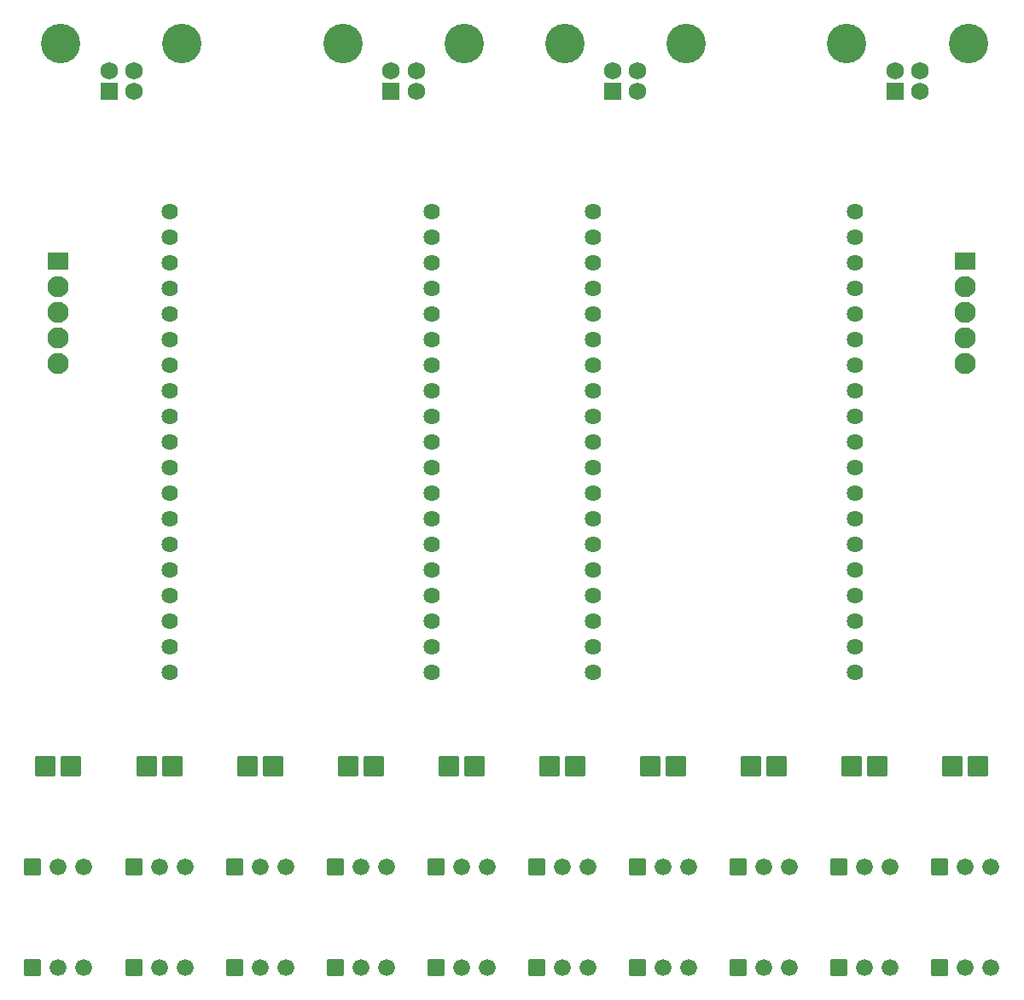
<source format=gts>
G04 Layer: TopSolderMaskLayer*
G04 EasyEDA v6.5.15, 2022-10-09 18:36:16*
G04 2a5d3d0542d34b858b2f245c142da422,939f56e90c3d43cda586b760d259c3b5,10*
G04 Gerber Generator version 0.2*
G04 Scale: 100 percent, Rotated: No, Reflected: No *
G04 Dimensions in millimeters *
G04 leading zeros omitted , absolute positions ,4 integer and 5 decimal *
%FSLAX45Y45*%
%MOMM*%

%AMMACRO1*1,1,$1,$2,$3*1,1,$1,$4,$5*1,1,$1,0-$2,0-$3*1,1,$1,0-$4,0-$5*20,1,$1,$2,$3,$4,$5,0*20,1,$1,$4,$5,0-$2,0-$3,0*20,1,$1,0-$2,0-$3,0-$4,0-$5,0*20,1,$1,0-$4,0-$5,$2,$3,0*4,1,4,$2,$3,$4,$5,0-$2,0-$3,0-$4,0-$5,$2,$3,0*%
%ADD10MACRO1,0.1016X-0.9652X-0.9652X-0.9652X0.9652*%
%ADD11MACRO1,0.1016X0.8255X0.8255X0.8255X-0.8255*%
%ADD12C,1.7526*%
%ADD13C,3.9116*%
%ADD14C,1.6764*%
%ADD15MACRO1,0.1016X-0.7874X0.7874X0.7874X0.7874*%
%ADD16C,1.6256*%
%ADD17MACRO1,0.1016X-1X0.762X1X0.762*%
%ADD18C,2.1016*%

%LPD*%
D10*
G01*
X4626990Y-7499984D03*
G01*
X4372990Y-7499984D03*
G01*
X3626993Y-7499984D03*
G01*
X3372993Y-7499984D03*
G01*
X2626995Y-7499984D03*
G01*
X2372995Y-7499984D03*
G01*
X626999Y-7499984D03*
G01*
X372999Y-7499984D03*
G01*
X1626997Y-7499984D03*
G01*
X1372997Y-7499984D03*
G01*
X8626983Y-7499984D03*
G01*
X8372983Y-7499984D03*
G01*
X9626980Y-7499984D03*
G01*
X9372980Y-7499984D03*
G01*
X7626985Y-7499984D03*
G01*
X7372985Y-7499984D03*
G01*
X6626986Y-7499984D03*
G01*
X6372986Y-7499984D03*
G01*
X5626988Y-7499984D03*
G01*
X5372988Y-7499984D03*
D11*
G01*
X999997Y-799998D03*
D12*
G01*
X1248918Y-799998D03*
G01*
X1248918Y-601878D03*
G01*
X999997Y-601878D03*
D13*
G01*
X522478Y-330098D03*
G01*
X1726437Y-330098D03*
D11*
G01*
X3799992Y-799998D03*
D12*
G01*
X4048912Y-799998D03*
G01*
X4048912Y-601878D03*
G01*
X3799992Y-601878D03*
D13*
G01*
X3322472Y-330098D03*
G01*
X4526432Y-330098D03*
D11*
G01*
X5999988Y-799998D03*
D12*
G01*
X6248908Y-799998D03*
G01*
X6248908Y-601878D03*
G01*
X5999988Y-601878D03*
D13*
G01*
X5522468Y-330098D03*
G01*
X6726427Y-330098D03*
D11*
G01*
X8799982Y-799998D03*
D12*
G01*
X9048902Y-799998D03*
G01*
X9048902Y-601878D03*
G01*
X8799982Y-601878D03*
D13*
G01*
X8322462Y-330098D03*
G01*
X9526422Y-330098D03*
D14*
G01*
X753998Y-8499983D03*
G01*
X499998Y-8499983D03*
D15*
G01*
X245998Y-8499983D03*
D14*
G01*
X1753996Y-8499983D03*
G01*
X1499996Y-8499983D03*
D15*
G01*
X1245997Y-8499983D03*
D14*
G01*
X2753995Y-8499983D03*
G01*
X2499995Y-8499983D03*
D15*
G01*
X2245994Y-8499983D03*
D14*
G01*
X3753993Y-8499983D03*
G01*
X3499993Y-8499983D03*
D15*
G01*
X3245993Y-8499983D03*
D14*
G01*
X4753990Y-8499983D03*
G01*
X4499990Y-8499983D03*
D15*
G01*
X4245990Y-8499983D03*
D14*
G01*
X5753988Y-8499983D03*
G01*
X5499988Y-8499983D03*
D15*
G01*
X5245989Y-8499983D03*
D14*
G01*
X6753986Y-8499983D03*
G01*
X6499986Y-8499983D03*
D15*
G01*
X6245987Y-8499983D03*
D14*
G01*
X7753984Y-8499983D03*
G01*
X7499984Y-8499983D03*
D15*
G01*
X7245985Y-8499983D03*
D14*
G01*
X8753983Y-8499983D03*
G01*
X8499983Y-8499983D03*
D15*
G01*
X8245983Y-8499983D03*
D14*
G01*
X9753981Y-8499983D03*
G01*
X9499981Y-8499983D03*
D15*
G01*
X9245980Y-8499983D03*
D14*
G01*
X753998Y-9499980D03*
G01*
X499998Y-9499980D03*
D15*
G01*
X245998Y-9499980D03*
D14*
G01*
X1753996Y-9499980D03*
G01*
X1499996Y-9499980D03*
D15*
G01*
X1245997Y-9499980D03*
D14*
G01*
X2753995Y-9499980D03*
G01*
X2499995Y-9499980D03*
D15*
G01*
X2245994Y-9499980D03*
D14*
G01*
X3753993Y-9499980D03*
G01*
X3499993Y-9499980D03*
D15*
G01*
X3245993Y-9499980D03*
D14*
G01*
X4753990Y-9499980D03*
G01*
X4499990Y-9499980D03*
D15*
G01*
X4245990Y-9499980D03*
D14*
G01*
X5753988Y-9499980D03*
G01*
X5499988Y-9499980D03*
D15*
G01*
X5245989Y-9499980D03*
D14*
G01*
X6753986Y-9499980D03*
G01*
X6499986Y-9499980D03*
D15*
G01*
X6245987Y-9499980D03*
D14*
G01*
X7753984Y-9499980D03*
G01*
X7499984Y-9499980D03*
D15*
G01*
X7245985Y-9499980D03*
D14*
G01*
X8753983Y-9499980D03*
G01*
X8499983Y-9499980D03*
D15*
G01*
X8245983Y-9499980D03*
D14*
G01*
X9753981Y-9499980D03*
G01*
X9499981Y-9499980D03*
D15*
G01*
X9245980Y-9499980D03*
D16*
G01*
X1601596Y-1999995D03*
G01*
X1601596Y-2253995D03*
G01*
X1601596Y-2507995D03*
G01*
X1601596Y-2761995D03*
G01*
X1601596Y-3015995D03*
G01*
X1601596Y-3269995D03*
G01*
X1601596Y-3523995D03*
G01*
X1601596Y-3777995D03*
G01*
X1601596Y-4031995D03*
G01*
X1601596Y-4285995D03*
G01*
X1601596Y-4539995D03*
G01*
X1601596Y-4793995D03*
G01*
X1601596Y-5047995D03*
G01*
X1601596Y-5301995D03*
G01*
X1601596Y-5555995D03*
G01*
X1601596Y-5809995D03*
G01*
X1601596Y-6063995D03*
G01*
X1601596Y-6317995D03*
G01*
X1601596Y-6571995D03*
G01*
X4203496Y-6571995D03*
G01*
X4203496Y-6317995D03*
G01*
X4203496Y-6063995D03*
G01*
X4203496Y-5809995D03*
G01*
X4203496Y-5555995D03*
G01*
X4203496Y-5301995D03*
G01*
X4203496Y-5047995D03*
G01*
X4203496Y-4793995D03*
G01*
X4203496Y-4539995D03*
G01*
X4203496Y-4285995D03*
G01*
X4203496Y-4031995D03*
G01*
X4203496Y-3777995D03*
G01*
X4203496Y-3523995D03*
G01*
X4203496Y-3269995D03*
G01*
X4203496Y-3015995D03*
G01*
X4203496Y-2761995D03*
G01*
X4203496Y-2507995D03*
G01*
X4203496Y-2253995D03*
G01*
X4203496Y-1999995D03*
G01*
X5801588Y-1999995D03*
G01*
X5801588Y-2253995D03*
G01*
X5801588Y-2507995D03*
G01*
X5801588Y-2761995D03*
G01*
X5801588Y-3015995D03*
G01*
X5801588Y-3269995D03*
G01*
X5801588Y-3523995D03*
G01*
X5801588Y-3777995D03*
G01*
X5801588Y-4031995D03*
G01*
X5801588Y-4285995D03*
G01*
X5801588Y-4539995D03*
G01*
X5801588Y-4793995D03*
G01*
X5801588Y-5047995D03*
G01*
X5801588Y-5301995D03*
G01*
X5801588Y-5555995D03*
G01*
X5801588Y-5809995D03*
G01*
X5801588Y-6063995D03*
G01*
X5801588Y-6317995D03*
G01*
X5801588Y-6571995D03*
G01*
X8403488Y-6571995D03*
G01*
X8403488Y-6317995D03*
G01*
X8403488Y-6063995D03*
G01*
X8403488Y-5809995D03*
G01*
X8403488Y-5555995D03*
G01*
X8403488Y-5301995D03*
G01*
X8403488Y-5047995D03*
G01*
X8403488Y-4793995D03*
G01*
X8403488Y-4539995D03*
G01*
X8403488Y-4285995D03*
G01*
X8403488Y-4031995D03*
G01*
X8403488Y-3777995D03*
G01*
X8403488Y-3523995D03*
G01*
X8403488Y-3269995D03*
G01*
X8403488Y-3015995D03*
G01*
X8403488Y-2761995D03*
G01*
X8403488Y-2507995D03*
G01*
X8403488Y-2253995D03*
G01*
X8403488Y-1999995D03*
D17*
G01*
X499998Y-2491994D03*
D18*
G01*
X499998Y-2745994D03*
G01*
X499998Y-2999994D03*
G01*
X499998Y-3253994D03*
G01*
X499998Y-3507994D03*
D17*
G01*
X9499981Y-2491994D03*
D18*
G01*
X9499981Y-2745994D03*
G01*
X9499981Y-2999994D03*
G01*
X9499981Y-3253994D03*
G01*
X9499981Y-3507994D03*
M02*

</source>
